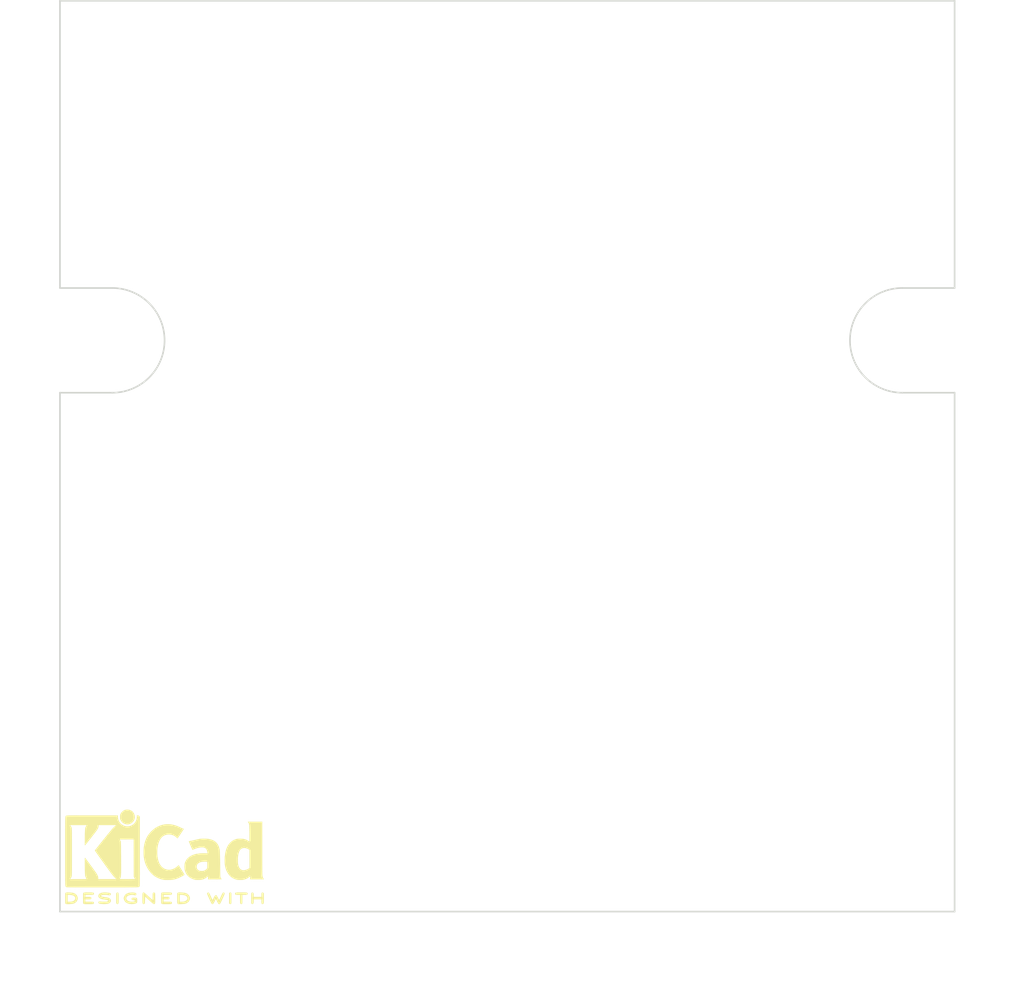
<source format=kicad_pcb>
(kicad_pcb (version 20221018) (generator pcbnew)
  (title_block (title "Enter Title On Page Setting Dialog") (rev "1") (company "Ashton Johnson"))
  (layers (0 "F.Cu" signal) (31 "B.Cu" signal) (35 "F.Paste" user) (37 "F.SilkS" user "F.Silkscreen") (39 "F.Mask" user) (44 "Edge.Cuts" user))
  (net 0 "")
  (footprint "Symbols:KiCad-Logo2_6mm_SilkScreen" (layer "F.Cu") (at 80 136)
    (fp_text reference "REF***" hide)
    (fp_text value "KiCad-Logo2_6mm_SilkScreen" hide)
    (fp_poly (pts (xy 4.188614 2.275877) (xy 4.212327 2.290647) (xy 4.238978 2.312227) (xy 4.238978 2.633773) (xy 4.238893 2.72783) (xy 4.238529 2.801932) (xy 4.237724 2.858704) (xy 4.236313 2.900768) (xy 4.234133 2.930748) (xy 4.231021 2.951267) (xy 4.226814 2.964949) (xy 4.221348 2.974416) (xy 4.217472 2.979082) (xy 4.186034 2.999575) (xy 4.150233 2.998739) (xy 4.118873 2.981264) (xy 4.092222 2.959684) (xy 4.092222 2.312227) (xy 4.118873 2.290647) (xy 4.144594 2.274949) (xy 4.1656 2.269067) (xy 4.188614 2.275877)) (stroke (width 0.01)) (fill solid) (layer "F.SilkS"))
    (fp_poly (pts (xy -2.923822 2.291645) (xy -2.917242 2.299218) (xy -2.912079 2.308987) (xy -2.908164 2.323571) (xy -2.905324 2.345585) (xy -2.903387 2.377648) (xy -2.902183 2.422375) (xy -2.901539 2.482385) (xy -2.901284 2.560294) (xy -2.901245 2.635956) (xy -2.901314 2.729802) (xy -2.901638 2.803689) (xy -2.902386 2.860232) (xy -2.903732 2.902049) (xy -2.905846 2.931757) (xy -2.9089 2.951973) (xy -2.913066 2.965314) (xy -2.918516 2.974398) (xy -2.923822 2.980267) (xy -2.956826 2.999947) (xy -2.991991 2.998181) (xy -3.023455 2.976717) (xy -3.030684 2.968337) (xy -3.036334 2.958614) (xy -3.040599 2.944861) (xy -3.043673 2.924389) (xy -3.045752 2.894512) (xy -3.04703 2.852541) (xy -3.047701 2.795789) (xy -3.047959 2.721567) (xy -3.048 2.637537) (xy -3.048 2.324485) (xy -3.020291 2.296776) (xy -2.986137 2.273463) (xy -2.953006 2.272623) (xy -2.923822 2.291645)) (stroke (width 0.01)) (fill solid) (layer "F.SilkS"))
    (fp_poly (pts (xy -2.273043 -2.973429) (xy -2.176768 -2.949191) (xy -2.090184 -2.906359) (xy -2.015373 -2.846581) (xy -1.954418 -2.771506) (xy -1.909399 -2.68278) (xy -1.883136 -2.58647) (xy -1.877286 -2.489205) (xy -1.89214 -2.395346) (xy -1.92584 -2.307489) (xy -1.976528 -2.22823) (xy -2.042345 -2.160164) (xy -2.121434 -2.105888) (xy -2.211934 -2.067998) (xy -2.2632 -2.055574) (xy -2.307698 -2.048053) (xy -2.341999 -2.045081) (xy -2.37496 -2.046906) (xy -2.415434 -2.053775) (xy -2.448531 -2.06075) (xy -2.541947 -2.092259) (xy -2.625619 -2.143383) (xy -2.697665 -2.212571) (xy -2.7562 -2.298272) (xy -2.770148 -2.325511) (xy -2.786586 -2.361878) (xy -2.796894 -2.392418) (xy -2.80246 -2.42455) (xy -2.804669 -2.465693) (xy -2.804948 -2.511778) (xy -2.800861 -2.596135) (xy -2.787446 -2.665414) (xy -2.762256 -2.726039) (xy -2.722846 -2.784433) (xy -2.684298 -2.828698) (xy -2.612406 -2.894516) (xy -2.537313 -2.939947) (xy -2.454562 -2.96715) (xy -2.376928 -2.977424) (xy -2.273043 -2.973429)) (stroke (width 0.01)) (fill solid) (layer "F.SilkS"))
    (fp_poly (pts (xy 4.963065 2.269163) (xy 5.041772 2.269542) (xy 5.102863 2.270333) (xy 5.148817 2.27167) (xy 5.182114 2.273683) (xy 5.205236 2.276506) (xy 5.220662 2.280269) (xy 5.230871 2.285105) (xy 5.235813 2.288822) (xy 5.261457 2.321358) (xy 5.264559 2.355138) (xy 5.248711 2.385826) (xy 5.238348 2.398089) (xy 5.227196 2.40645) (xy 5.211035 2.411657) (xy 5.185642 2.414457) (xy 5.146798 2.415596) (xy 5.09028 2.415821) (xy 5.07918 2.415822) (xy 4.933244 2.415822) (xy 4.933244 2.686756) (xy 4.933148 2.772154) (xy 4.932711 2.837864) (xy 4.931712 2.886774) (xy 4.929928 2.921773) (xy 4.927137 2.945749) (xy 4.923117 2.961593) (xy 4.917645 2.972191) (xy 4.910666 2.980267) (xy 4.877734 3.000112) (xy 4.843354 2.998548) (xy 4.812176 2.975906) (xy 4.809886 2.9731) (xy 4.802429 2.962492) (xy 4.796747 2.950081) (xy 4.792601 2.93285) (xy 4.78975 2.907784) (xy 4.787954 2.871867) (xy 4.786972 2.822083) (xy 4.786564 2.755417) (xy 4.786489 2.679589) (xy 4.786489 2.415822) (xy 4.647127 2.415822) (xy 4.587322 2.415418) (xy 4.545918 2.41384) (xy 4.518748 2.410547) (xy 4.501646 2.404992) (xy 4.490443 2.396631) (xy 4.489083 2.395178) (xy 4.472725 2.361939) (xy 4.474172 2.324362) (xy 4.492978 2.291645) (xy 4.50025 2.285298) (xy 4.509627 2.280266) (xy 4.523609 2.276396) (xy 4.544696 2.273537) (xy 4.575389 2.271535) (xy 4.618189 2.270239) (xy 4.675595 2.269498) (xy 4.75011 2.269158) (xy 4.844233 2.269068) (xy 4.86426 2.269067) (xy 4.963065 2.269163)) (stroke (width 0.01)) (fill solid) (layer "F.SilkS"))
    (fp_poly (pts (xy 6.228823 2.274533) (xy 6.260202 2.296776) (xy 6.287911 2.324485) (xy 6.287911 2.63392) (xy 6.287838 2.725799) (xy 6.287495 2.79784) (xy 6.286692 2.85278) (xy 6.285241 2.89336) (xy 6.282952 2.922317) (xy 6.279636 2.942391) (xy 6.275105 2.956321) (xy 6.269169 2.966845) (xy 6.264514 2.9731) (xy 6.233783 2.997673) (xy 6.198496 3.000341) (xy 6.166245 2.985271) (xy 6.155588 2.976374) (xy 6.148464 2.964557) (xy 6.144167 2.945526) (xy 6.141991 2.914992) (xy 6.141228 2.868662) (xy 6.141155 2.832871) (xy 6.141155 2.698045) (xy 5.644444 2.698045) (xy 5.644444 2.8207) (xy 5.643931 2.876787) (xy 5.641876 2.915333) (xy 5.637508 2.941361) (xy 5.630056 2.959897) (xy 5.621047 2.9731) (xy 5.590144 2.997604) (xy 5.555196 3.000506) (xy 5.521738 2.983089) (xy 5.512604 2.973959) (xy 5.506152 2.961855) (xy 5.501897 2.943001) (xy 5.499352 2.91362) (xy 5.498029 2.869937) (xy 5.497443 2.808175) (xy 5.497375 2.794) (xy 5.496891 2.677631) (xy 5.496641 2.581727) (xy 5.496723 2.504177) (xy 5.497231 2.442869) (xy 5.498262 2.39569) (xy 5.499913 2.36053) (xy 5.502279 2.335276) (xy 5.505457 2.317817) (xy 5.509544 2.306041) (xy 5.514634 2.297835) (xy 5.520266 2.291645) (xy 5.552128 2.271844) (xy 5.585357 2.274533) (xy 5.616735 2.296776) (xy 5.629433 2.311126) (xy 5.637526 2.326978) (xy 5.642042 2.349554) (xy 5.644006 2.384078) (xy 5.644444 2.435776) (xy 5.644444 2.551289) (xy 6.141155 2.551289) (xy 6.141155 2.432756) (xy 6.141662 2.378148) (xy 6.143698 2.341275) (xy 6.148035 2.317307) (xy 6.155447 2.301415) (xy 6.163733 2.291645) (xy 6.195594 2.271844) (xy 6.228823 2.274533)) (stroke (width 0.01)) (fill solid) (layer "F.SilkS"))
    (fp_poly (pts (xy 1.018309 2.269275) (xy 1.147288 2.273636) (xy 1.256991 2.286861) (xy 1.349226 2.309741) (xy 1.425802 2.34307) (xy 1.488527 2.387638) (xy 1.539212 2.444236) (xy 1.579663 2.513658) (xy 1.580459 2.515351) (xy 1.604601 2.577483) (xy 1.613203 2.632509) (xy 1.606231 2.687887) (xy 1.583654 2.751073) (xy 1.579372 2.760689) (xy 1.550172 2.816966) (xy 1.517356 2.860451) (xy 1.475002 2.897417) (xy 1.41719 2.934135) (xy 1.413831 2.936052) (xy 1.363504 2.960227) (xy 1.306621 2.978282) (xy 1.239527 2.990839) (xy 1.158565 2.998522) (xy 1.060082 3.001953) (xy 1.025286 3.002251) (xy 0.859594 3.002845) (xy 0.836197 2.9731) (xy 0.829257 2.963319) (xy 0.823842 2.951897) (xy 0.819765 2.936095) (xy 0.816837 2.913175) (xy 0.814867 2.880396) (xy 0.814225 2.856089) (xy 0.970844 2.856089) (xy 1.064726 2.856089) (xy 1.119664 2.854483) (xy 1.17606 2.850255) (xy 1.222345 2.844292) (xy 1.225139 2.84379) (xy 1.307348 2.821736) (xy 1.371114 2.7886) (xy 1.418452 2.742847) (xy 1.451382 2.682939) (xy 1.457108 2.667061) (xy 1.462721 2.642333) (xy 1.460291 2.617902) (xy 1.448467 2.5854) (xy 1.44134 2.569434) (xy 1.418 2.527006) (xy 1.38988 2.49724) (xy 1.35894 2.476511) (xy 1.296966 2.449537) (xy 1.217651 2.429998) (xy 1.125253 2.418746) (xy 1.058333 2.41627) (xy 0.970844 2.415822) (xy 0.970844 2.856089) (xy 0.814225 2.856089) (xy 0.813668 2.835021) (xy 0.81305 2.774311) (xy 0.812825 2.695526) (xy 0.8128 2.63392) (xy 0.8128 2.324485) (xy 0.840509 2.296776) (xy 0.852806 2.285544) (xy 0.866103 2.277853) (xy 0.884672 2.27304) (xy 0.912786 2.270446) (xy 0.954717 2.26941) (xy 1.014737 2.26927) (xy 1.018309 2.269275)) (stroke (width 0.01)) (fill solid) (layer "F.SilkS"))
    (fp_poly (pts (xy -6.121371 2.269066) (xy -6.081889 2.269467) (xy -5.9662 2.272259) (xy -5.869311 2.28055) (xy -5.787919 2.295232) (xy -5.718723 2.317193) (xy -5.65842 2.347322) (xy -5.603708 2.38651) (xy -5.584167 2.403532) (xy -5.55175 2.443363) (xy -5.52252 2.497413) (xy -5.499991 2.557323) (xy -5.487679 2.614739) (xy -5.4864 2.635956) (xy -5.494417 2.694769) (xy -5.515899 2.759013) (xy -5.546999 2.819821) (xy -5.583866 2.86833) (xy -5.589854 2.874182) (xy -5.640579 2.915321) (xy -5.696125 2.947435) (xy -5.759696 2.971365) (xy -5.834494 2.987953) (xy -5.923722 2.998041) (xy -6.030582 3.002469) (xy -6.079528 3.002845) (xy -6.141762 3.002545) (xy -6.185528 3.001292) (xy -6.214931 2.998554) (xy -6.234079 2.993801) (xy -6.247077 2.986501) (xy -6.254045 2.980267) (xy -6.260626 2.972694) (xy -6.265788 2.962924) (xy -6.269703 2.94834) (xy -6.272543 2.926326) (xy -6.27448 2.894264) (xy -6.275684 2.849536) (xy -6.276328 2.789526) (xy -6.276583 2.711617) (xy -6.276622 2.635956) (xy -6.27687 2.535041) (xy -6.276817 2.454427) (xy -6.275857 2.415822) (xy -6.129867 2.415822) (xy -6.129867 2.856089) (xy -6.036734 2.856004) (xy -5.980693 2.854396) (xy -5.921999 2.850256) (xy -5.873028 2.844464) (xy -5.871538 2.844226) (xy -5.792392 2.82509) (xy -5.731002 2.795287) (xy -5.684305 2.752878) (xy -5.654635 2.706961) (xy -5.636353 2.656026) (xy -5.637771 2.6082) (xy -5.658988 2.556933) (xy -5.700489 2.503899) (xy -5.757998 2.4646) (xy -5.83275 2.438331) (xy -5.882708 2.429035) (xy -5.939416 2.422507) (xy -5.999519 2.417782) (xy -6.050639 2.415817) (xy -6.053667 2.415808) (xy -6.129867 2.415822) (xy -6.275857 2.415822) (xy -6.27526 2.391851) (xy -6.270998 2.345055) (xy -6.26283 2.311778) (xy -6.249556 2.289759) (xy -6.229974 2.276739) (xy -6.202883 2.270457) (xy -6.167082 2.268653) (xy -6.121371 2.269066)) (stroke (width 0.01)) (fill solid) (layer "F.SilkS"))
    (fp_poly (pts (xy -1.300114 2.273448) (xy -1.276548 2.287273) (xy -1.245735 2.309881) (xy -1.206078 2.342338) (xy -1.15598 2.385708) (xy -1.093843 2.441058) (xy -1.018072 2.509451) (xy -0.931334 2.588084) (xy -0.750711 2.751878) (xy -0.745067 2.532029) (xy -0.743029 2.456351) (xy -0.741063 2.399994) (xy -0.738734 2.359706) (xy -0.735606 2.332235) (xy -0.731245 2.314329) (xy -0.725216 2.302737) (xy -0.717084 2.294208) (xy -0.712772 2.290623) (xy -0.678241 2.27167) (xy -0.645383 2.274441) (xy -0.619318 2.290633) (xy -0.592667 2.312199) (xy -0.589352 2.627151) (xy -0.588435 2.719779) (xy -0.587968 2.792544) (xy -0.588113 2.848161) (xy -0.589032 2.889342) (xy -0.590887 2.918803) (xy -0.593839 2.939255) (xy -0.59805 2.953413) (xy -0.603682 2.963991) (xy -0.609927 2.972474) (xy -0.623439 2.988207) (xy -0.636883 2.998636) (xy -0.652124 3.002639) (xy -0.671026 2.999094) (xy -0.695455 2.986879) (xy -0.727273 2.964871) (xy -0.768348 2.931949) (xy -0.820542 2.886991) (xy -0.885722 2.828875) (xy -0.959556 2.762099) (xy -1.224845 2.521458) (xy -1.230489 2.740589) (xy -1.232531 2.816128) (xy -1.234502 2.872354) (xy -1.236839 2.912524) (xy -1.239981 2.939896) (xy -1.244364 2.957728) (xy -1.250424 2.969279) (xy -1.2586 2.977807) (xy -1.262784 2.981282) (xy -1.299765 3.000372) (xy -1.334708 2.997493) (xy -1.365136 2.9731) (xy -1.372097 2.963286) (xy -1.377523 2.951826) (xy -1.381603 2.935968) (xy -1.384529 2.912963) (xy -1.386492 2.880062) (xy -1.387683 2.834516) (xy -1.388292 2.773573) (xy -1.388511 2.694486) (xy -1.388534 2.635956) (xy -1.38846 2.544407) (xy -1.388113 2.472687) (xy -1.387301 2.418045) (xy -1.385833 2.377732) (xy -1.383519 2.348998) (xy -1.380167 2.329093) (xy -1.375588 2.315268) (xy -1.369589 2.304772) (xy -1.365136 2.298811) (xy -1.35385 2.284691) (xy -1.343301 2.274029) (xy -1.331893 2.267892) (xy -1.31803 2.267343) (xy -1.300114 2.273448)) (stroke (width 0.01)) (fill solid) (layer "F.SilkS"))
    (fp_poly (pts (xy -1.950081 2.274599) (xy -1.881565 2.286095) (xy -1.828943 2.303967) (xy -1.794708 2.327499) (xy -1.785379 2.340924) (xy -1.775893 2.372148) (xy -1.782277 2.400395) (xy -1.80243 2.427182) (xy -1.833745 2.439713) (xy -1.879183 2.438696) (xy -1.914326 2.431906) (xy -1.992419 2.418971) (xy -2.072226 2.417742) (xy -2.161555 2.428241) (xy -2.186229 2.43269) (xy -2.269291 2.456108) (xy -2.334273 2.490945) (xy -2.380461 2.536604) (xy -2.407145 2.592494) (xy -2.412663 2.621388) (xy -2.409051 2.680012) (xy -2.385729 2.731879) (xy -2.344824 2.775978) (xy -2.288459 2.811299) (xy -2.21876 2.836829) (xy -2.137852 2.851559) (xy -2.04786 2.854478) (xy -1.95091 2.844575) (xy -1.945436 2.843641) (xy -1.906875 2.836459) (xy -1.885494 2.829521) (xy -1.876227 2.819227) (xy -1.874006 2.801976) (xy -1.873956 2.792841) (xy -1.873956 2.754489) (xy -1.942431 2.754489) (xy -2.0029 2.750347) (xy -2.044165 2.737147) (xy -2.068175 2.71373) (xy -2.076877 2.678936) (xy -2.076983 2.674394) (xy -2.071892 2.644654) (xy -2.054433 2.623419) (xy -2.021939 2.609366) (xy -1.971743 2.601173) (xy -1.923123 2.598161) (xy -1.852456 2.596433) (xy -1.801198 2.59907) (xy -1.766239 2.6088) (xy -1.74447 2.628353) (xy -1.73278 2.660456) (xy -1.72806 2.707838) (xy -1.7272 2.770071) (xy -1.728609 2.839535) (xy -1.732848 2.886786) (xy -1.739936 2.912012) (xy -1.741311 2.913988) (xy -1.780228 2.945508) (xy -1.837286 2.97047) (xy -1.908869 2.98834) (xy -1.991358 2.998586) (xy -2.081139 3.000673) (xy -2.174592 2.994068) (xy -2.229556 2.985956) (xy -2.315766 2.961554) (xy -2.395892 2.921662) (xy -2.462977 2.869887) (xy -2.473173 2.859539) (xy -2.506302 2.816035) (xy -2.536194 2.762118) (xy -2.559357 2.705592) (xy -2.572298 2.654259) (xy -2.573858 2.634544) (xy -2.567218 2.593419) (xy -2.549568 2.542252) (xy -2.524297 2.488394) (xy -2.494789 2.439195) (xy -2.468719 2.406334) (xy -2.407765 2.357452) (xy -2.328969 2.318545) (xy -2.235157 2.290494) (xy -2.12915 2.274179) (xy -2.032 2.270192) (xy -1.950081 2.274599)) (stroke (width 0.01)) (fill solid) (layer "F.SilkS"))
    (fp_poly (pts (xy 0.230343 2.26926) (xy 0.306701 2.270174) (xy 0.365217 2.272311) (xy 0.408255 2.276175) (xy 0.438183 2.282267) (xy 0.457368 2.29109) (xy 0.468176 2.303146) (xy 0.472973 2.318939) (xy 0.474127 2.33897) (xy 0.474133 2.341335) (xy 0.473131 2.363992) (xy 0.468396 2.381503) (xy 0.457333 2.394574) (xy 0.437348 2.403913) (xy 0.405846 2.410227) (xy 0.360232 2.414222) (xy 0.297913 2.416606) (xy 0.216293 2.418086) (xy 0.191277 2.418414) (xy -0.0508 2.421467) (xy -0.054186 2.486378) (xy -0.057571 2.551289) (xy 0.110576 2.551289) (xy 0.176266 2.551531) (xy 0.223172 2.552556) (xy 0.255083 2.554811) (xy 0.275791 2.558742) (xy 0.289084 2.564798) (xy 0.298755 2.573424) (xy 0.298817 2.573493) (xy 0.316356 2.607112) (xy 0.315722 2.643448) (xy 0.297314 2.674423) (xy 0.293671 2.677607) (xy 0.280741 2.685812) (xy 0.263024 2.691521) (xy 0.23657 2.695162) (xy 0.197432 2.697167) (xy 0.141662 2.697964) (xy 0.105994 2.698045) (xy -0.056445 2.698045) (xy -0.056445 2.856089) (xy 0.190161 2.856089) (xy 0.27158 2.856231) (xy 0.33341 2.856814) (xy 0.378637 2.858068) (xy 0.410248 2.860227) (xy 0.431231 2.863523) (xy 0.444573 2.868189) (xy 0.453261 2.874457) (xy 0.45545 2.876733) (xy 0.471614 2.90828) (xy 0.472797 2.944168) (xy 0.459536 2.975285) (xy 0.449043 2.985271) (xy 0.438129 2.990769) (xy 0.421217 2.995022) (xy 0.395633 2.99818) (xy 0.358701 3.000392) (xy 0.307746 3.001806) (xy 0.240094 3.002572) (xy 0.153069 3.002838) (xy 0.133394 3.002845) (xy 0.044911 3.002787) (xy -0.023773 3.002467) (xy -0.075436 3.001667) (xy -0.112855 3.000167) (xy -0.13881 2.997749) (xy -0.156078 2.994194) (xy -0.167438 2.989282) (xy -0.175668 2.982795) (xy -0.180183 2.978138) (xy -0.186979 2.969889) (xy -0.192288 2.959669) (xy -0.196294 2.9448) (xy -0.199179 2.922602) (xy -0.201126 2.890393) (xy -0.202319 2.845496) (xy -0.202939 2.785228) (xy -0.203171 2.706911) (xy -0.2032 2.640994) (xy -0.203129 2.548628) (xy -0.202792 2.476117) (xy -0.202002 2.420737) (xy -0.200574 2.379765) (xy -0.198321 2.350478) (xy -0.195057 2.330153) (xy -0.190596 2.316066) (xy -0.184752 2.305495) (xy -0.179803 2.298811) (xy -0.156406 2.269067) (xy 0.133774 2.269067) (xy 0.230343 2.26926)) (stroke (width 0.01)) (fill solid) (layer "F.SilkS"))
    (fp_poly (pts (xy -4.712794 2.269146) (xy -4.643386 2.269518) (xy -4.590997 2.270385) (xy -4.552847 2.271946) (xy -4.526159 2.274403) (xy -4.508153 2.277957) (xy -4.496049 2.28281) (xy -4.487069 2.289161) (xy -4.483818 2.292084) (xy -4.464043 2.323142) (xy -4.460482 2.358828) (xy -4.473491 2.39051) (xy -4.479506 2.396913) (xy -4.489235 2.403121) (xy -4.504901 2.40791) (xy -4.529408 2.411514) (xy -4.565661 2.414164) (xy -4.616565 2.416095) (xy -4.685026 2.417539) (xy -4.747617 2.418418) (xy -4.995334 2.421467) (xy -4.998719 2.486378) (xy -5.002105 2.551289) (xy -4.833958 2.551289) (xy -4.760959 2.551919) (xy -4.707517 2.554553) (xy -4.670628 2.560309) (xy -4.647288 2.570304) (xy -4.634494 2.585656) (xy -4.629242 2.607482) (xy -4.628445 2.627738) (xy -4.630923 2.652592) (xy -4.640277 2.670906) (xy -4.659383 2.683637) (xy -4.691118 2.691741) (xy -4.738359 2.696176) (xy -4.803983 2.697899) (xy -4.839801 2.698045) (xy -5.000978 2.698045) (xy -5.000978 2.856089) (xy -4.752622 2.856089) (xy -4.671213 2.856202) (xy -4.609342 2.856712) (xy -4.563968 2.85787) (xy -4.532054 2.85993) (xy -4.510559 2.863146) (xy -4.496443 2.867772) (xy -4.486668 2.874059) (xy -4.481689 2.878667) (xy -4.46461 2.90556) (xy -4.459111 2.929467) (xy -4.466963 2.958667) (xy -4.481689 2.980267) (xy -4.489546 2.987066) (xy -4.499688 2.992346) (xy -4.514844 2.996298) (xy -4.537741 2.999113) (xy -4.571109 3.000982) (xy -4.617675 3.002098) (xy -4.680167 3.002651) (xy -4.761314 3.002833) (xy -4.803422 3.002845) (xy -4.893598 3.002765) (xy -4.963924 3.002398) (xy -5.017129 3.001552) (xy -5.05594 3.000036) (xy -5.083087 2.997659) (xy -5.101298 2.994229) (xy -5.1133 2.989554) (xy -5.121822 2.983444) (xy -5.125156 2.980267) (xy -5.131755 2.97267) (xy -5.136927 2.96287) (xy -5.140846 2.948239) (xy -5.143684 2.926152) (xy -5.145615 2.893982) (xy -5.146812 2.849103) (xy -5.147448 2.788889) (xy -5.147697 2.710713) (xy -5.147734 2.637923) (xy -5.1477 2.544707) (xy -5.147465 2.471431) (xy -5.14683 2.415458) (xy -5.145594 2.374151) (xy -5.143556 2.344872) (xy -5.140517 2.324984) (xy -5.136277 2.31185) (xy -5.130635 2.302832) (xy -5.123391 2.295293) (xy -5.121606 2.293612) (xy -5.112945 2.286172) (xy -5.102882 2.280409) (xy -5.088625 2.276112) (xy -5.067383 2.273064) (xy -5.036364 2.271051) (xy -4.992777 2.26986) (xy -4.933831 2.269275) (xy -4.856734 2.269083) (xy -4.802001 2.269067) (xy -4.712794 2.269146)) (stroke (width 0.01)) (fill solid) (layer "F.SilkS"))
    (fp_poly (pts (xy 3.744665 2.271034) (xy 3.764255 2.278035) (xy 3.76501 2.278377) (xy 3.791613 2.298678) (xy 3.80627 2.319561) (xy 3.809138 2.329352) (xy 3.808996 2.342361) (xy 3.804961 2.360895) (xy 3.796146 2.387257) (xy 3.781669 2.423752) (xy 3.760645 2.472687) (xy 3.732188 2.536365) (xy 3.695415 2.617093) (xy 3.675175 2.661216) (xy 3.638625 2.739985) (xy 3.604315 2.812423) (xy 3.573552 2.87588) (xy 3.547648 2.927708) (xy 3.52791 2.965259) (xy 3.51565 2.985884) (xy 3.513224 2.988733) (xy 3.482183 3.001302) (xy 3.447121 2.999619) (xy 3.419 2.984332) (xy 3.417854 2.983089) (xy 3.406668 2.966154) (xy 3.387904 2.93317) (xy 3.363875 2.88838) (xy 3.336897 2.836032) (xy 3.327201 2.816742) (xy 3.254014 2.67015) (xy 3.17424 2.829393) (xy 3.145767 2.884415) (xy 3.11935 2.932132) (xy 3.097148 2.968893) (xy 3.081319 2.991044) (xy 3.075954 2.995741) (xy 3.034257 3.002102) (xy 2.999849 2.988733) (xy 2.989728 2.974446) (xy 2.972214 2.942692) (xy 2.948735 2.896597) (xy 2.92072 2.839285) (xy 2.889599 2.77388) (xy 2.856799 2.703507) (xy 2.82375 2.631291) (xy 2.791881 2.560355) (xy 2.762619 2.493825) (xy 2.737395 2.434826) (xy 2.717636 2.386481) (xy 2.704772 2.351915) (xy 2.700231 2.334253) (xy 2.700277 2.333613) (xy 2.711326 2.311388) (xy 2.73341 2.288753) (xy 2.73471 2.287768) (xy 2.761853 2.272425) (xy 2.786958 2.272574) (xy 2.796368 2.275466) (xy 2.807834 2.281718) (xy 2.82001 2.294014) (xy 2.834357 2.314908) (xy 2.852336 2.346949) (xy 2.875407 2.392688) (xy 2.90503 2.454677) (xy 2.931745 2.511898) (xy 2.96248 2.578226) (xy 2.990021 2.637874) (xy 3.012938 2.687725) (xy 3.029798 2.724664) (xy 3.039173 2.745573) (xy 3.04054 2.748845) (xy 3.046689 2.743497) (xy 3.060822 2.721109) (xy 3.081057 2.684946) (xy 3.105515 2.638277) (xy 3.115248 2.619022) (xy 3.148217 2.554004) (xy 3.173643 2.506654) (xy 3.193612 2.474219) (xy 3.21021 2.453946) (xy 3.225524 2.443082) (xy 3.24164 2.438875) (xy 3.252143 2.4384) (xy 3.27067 2.440042) (xy 3.286904 2.446831) (xy 3.303035 2.461566) (xy 3.321251 2.487044) (xy 3.343739 2.526061) (xy 3.372689 2.581414) (xy 3.388662 2.612903) (xy 3.41457 2.663087) (xy 3.437167 2.704704) (xy 3.454458 2.734242) (xy 3.46445 2.748189) (xy 3.465809 2.74877) (xy 3.472261 2.737793) (xy 3.486708 2.70929) (xy 3.507703 2.666244) (xy 3.533797 2.611638) (xy 3.563546 2.548454) (xy 3.57818 2.517071) (xy 3.61625 2.436078) (xy 3.646905 2.373756) (xy 3.671737 2.328071) (xy 3.692337 2.296989) (xy 3.710298 2.278478) (xy 3.72721 2.270504) (xy 3.744665 2.271034)) (stroke (width 0.01)) (fill solid) (layer "F.SilkS"))
    (fp_poly (pts (xy -3.691703 2.270351) (xy -3.616888 2.275581) (xy -3.547306 2.28375) (xy -3.487002 2.29455) (xy -3.44002 2.307673) (xy -3.410406 2.322813) (xy -3.40586 2.327269) (xy -3.390054 2.36185) (xy -3.394847 2.397351) (xy -3.419364 2.427725) (xy -3.420534 2.428596) (xy -3.434954 2.437954) (xy -3.450008 2.442876) (xy -3.471005 2.443473) (xy -3.503257 2.439861) (xy -3.552073 2.432154) (xy -3.556 2.431505) (xy -3.628739 2.422569) (xy -3.707217 2.418161) (xy -3.785927 2.418119) (xy -3.859361 2.422279) (xy -3.922011 2.430479) (xy -3.96837 2.442557) (xy -3.971416 2.443771) (xy -4.005048 2.462615) (xy -4.016864 2.481685) (xy -4.007614 2.500439) (xy -3.978047 2.518337) (xy -3.928911 2.534837) (xy -3.860957 2.549396) (xy -3.815645 2.556406) (xy -3.721456 2.569889) (xy -3.646544 2.582214) (xy -3.587717 2.594449) (xy -3.541785 2.607661) (xy -3.505555 2.622917) (xy -3.475838 2.641285) (xy -3.449442 2.663831) (xy -3.42823 2.685971) (xy -3.403065 2.716819) (xy -3.390681 2.743345) (xy -3.386808 2.776026) (xy -3.386667 2.787995) (xy -3.389576 2.827712) (xy -3.401202 2.857259) (xy -3.421323 2.883486) (xy -3.462216 2.923576) (xy -3.507817 2.954149) (xy -3.561513 2.976203) (xy -3.626692 2.990735) (xy -3.706744 2.998741) (xy -3.805057 3.001218) (xy -3.821289 3.001177) (xy -3.886849 2.999818) (xy -3.951866 2.99673) (xy -4.009252 2.992356) (xy -4.051922 2.98714) (xy -4.055372 2.986541) (xy -4.097796 2.976491) (xy -4.13378 2.963796) (xy -4.15415 2.95219) (xy -4.173107 2.921572) (xy -4.174427 2.885918) (xy -4.158085 2.854144) (xy -4.154429 2.850551) (xy -4.139315 2.839876) (xy -4.120415 2.835276) (xy -4.091162 2.836059) (xy -4.055651 2.840127) (xy -4.01597 2.843762) (xy -3.960345 2.846828) (xy -3.895406 2.849053) (xy -3.827785 2.850164) (xy -3.81 2.850237) (xy -3.742128 2.849964) (xy -3.692454 2.848646) (xy -3.65661 2.845827) (xy -3.630224 2.84105) (xy -3.608926 2.833857) (xy -3.596126 2.827867) (xy -3.568 2.811233) (xy -3.550068 2.796168) (xy -3.547447 2.791897) (xy -3.552976 2.774263) (xy -3.57926 2.757192) (xy -3.624478 2.741458) (xy -3.686808 2.727838) (xy -3.705171 2.724804) (xy -3.80109 2.709738) (xy -3.877641 2.697146) (xy -3.93778 2.686111) (xy -3.98446 2.67572) (xy -4.020637 2.665056) (xy -4.049265 2.653205) (xy -4.073298 2.639251) (xy -4.095692 2.622281) (xy -4.119402 2.601378) (xy -4.12738 2.594049) (xy -4.155353 2.566699) (xy -4.17016 2.545029) (xy -4.175952 2.520232) (xy -4.176889 2.488983) (xy -4.166575 2.427705) (xy -4.135752 2.37564) (xy -4.084595 2.332958) (xy -4.013283 2.299825) (xy -3.9624 2.284964) (xy -3.9071 2.275366) (xy -3.840853 2.269936) (xy -3.767706 2.268367) (xy -3.691703 2.270351)) (stroke (width 0.01)) (fill solid) (layer "F.SilkS"))
    (fp_poly (pts (xy 0.328429 -2.050929) (xy 0.48857 -2.029755) (xy 0.65251 -1.989615) (xy 0.822313 -1.930111) (xy 1.000043 -1.850846) (xy 1.01131 -1.845301) (xy 1.069005 -1.817275) (xy 1.120552 -1.793198) (xy 1.162191 -1.774751) (xy 1.190162 -1.763614) (xy 1.199733 -1.761067) (xy 1.21895 -1.756059) (xy 1.223561 -1.751853) (xy 1.218458 -1.74142) (xy 1.202418 -1.715132) (xy 1.177288 -1.675743) (xy 1.144914 -1.626009) (xy 1.107143 -1.568685) (xy 1.065822 -1.506524) (xy 1.022798 -1.442282) (xy 0.979917 -1.378715) (xy 0.939026 -1.318575) (xy 0.901971 -1.26462) (xy 0.8706 -1.219603) (xy 0.846759 -1.186279) (xy 0.832294 -1.167403) (xy 0.830309 -1.165213) (xy 0.820191 -1.169862) (xy 0.79785 -1.187038) (xy 0.76728 -1.21356) (xy 0.751536 -1.228036) (xy 0.655047 -1.303318) (xy 0.548336 -1.358759) (xy 0.432832 -1.393859) (xy 0.309962 -1.40812) (xy 0.240561 -1.406949) (xy 0.119423 -1.389788) (xy 0.010205 -1.353906) (xy -0.087418 -1.299041) (xy -0.173772 -1.22493) (xy -0.249185 -1.131312) (xy -0.313982 -1.017924) (xy -0.351399 -0.931333) (xy -0.395252 -0.795634) (xy -0.427572 -0.64815) (xy -0.448443 -0.492686) (xy -0.457949 -0.333044) (xy -0.456173 -0.173027) (xy -0.443197 -0.016439) (xy -0.419106 0.132918) (xy -0.383982 0.27124) (xy -0.337908 0.394724) (xy -0.321627 0.428978) (xy -0.25338 0.543064) (xy -0.172921 0.639557) (xy -0.08143 0.71767) (xy 0.019911 0.776617) (xy 0.12992 0.815612) (xy 0.247415 0.833868) (xy 0.288883 0.835211) (xy 0.410441 0.82429) (xy 0.530878 0.791474) (xy 0.648666 0.737439) (xy 0.762277 0.662865) (xy 0.853685 0.584539) (xy 0.900215 0.540008) (xy 1.081483 0.837271) (xy 1.12658 0.911433) (xy 1.167819 0.979646) (xy 1.203735 1.039459) (xy 1.232866 1.08842) (xy 1.25375 1.124079) (xy 1.264924 1.143984) (xy 1.266375 1.147079) (xy 1.258146 1.156718) (xy 1.232567 1.173999) (xy 1.192873 1.197283) (xy 1.142297 1.224934) (xy 1.084074 1.255315) (xy 1.021437 1.28679) (xy 0.957621 1.317722) (xy 0.89586 1.346473) (xy 0.839388 1.371408) (xy 0.791438 1.390889) (xy 0.767986 1.399318) (xy 0.634221 1.437133) (xy 0.496327 1.462136) (xy 0.348622 1.47514) (xy 0.221833 1.477468) (xy 0.153878 1.476373) (xy 0.088277 1.474275) (xy 0.030847 1.471434) (xy -0.012597 1.468106) (xy -0.026702 1.466422) (xy -0.165716 1.437587) (xy -0.307243 1.392468) (xy -0.444725 1.33375) (xy -0.571606 1.26412) (xy -0.649111 1.211441) (xy -0.776519 1.103239) (xy -0.894822 0.976671) (xy -1.001828 0.834866) (xy -1.095348 0.680951) (xy -1.17319 0.518053) (xy -1.217044 0.400756) (xy -1.267292 0.217128) (xy -1.300791 0.022581) (xy -1.317551 -0.178675) (xy -1.317584 -0.382432) (xy -1.300899 -0.584479) (xy -1.267507 -0.780608) (xy -1.21742 -0.966609) (xy -1.213603 -0.978197) (xy -1.150719 -1.14025) (xy -1.073972 -1.288168) (xy -0.980758 -1.426135) (xy -0.868473 -1.558339) (xy -0.824608 -1.603601) (xy -0.688466 -1.727543) (xy -0.548509 -1.830085) (xy -0.402589 -1.912344) (xy -0.248558 -1.975436) (xy -0.084268 -2.020477) (xy 0.011289 -2.037967) (xy 0.170023 -2.053534) (xy 0.328429 -2.050929)) (stroke (width 0.01)) (fill solid) (layer "F.SilkS"))
    (fp_poly (pts (xy 6.186507 -0.527755) (xy 6.186526 -0.293338) (xy 6.186552 -0.080397) (xy 6.186625 0.112168) (xy 6.186782 0.285459) (xy 6.187064 0.440576) (xy 6.187509 0.57862) (xy 6.188156 0.700692) (xy 6.189045 0.807894) (xy 6.190213 0.901326) (xy 6.191701 0.98209) (xy 6.193546 1.051286) (xy 6.195789 1.110015) (xy 6.198469 1.159379) (xy 6.201623 1.200478) (xy 6.205292 1.234413) (xy 6.209513 1.262286) (xy 6.214327 1.285198) (xy 6.219773 1.304249) (xy 6.225888 1.32054) (xy 6.232712 1.335173) (xy 6.240285 1.349249) (xy 6.248645 1.363868) (xy 6.253839 1.372974) (xy 6.288104 1.433689) (xy 5.429955 1.433689) (xy 5.429955 1.337733) (xy 5.429224 1.29437) (xy 5.427272 1.261205) (xy 5.424463 1.243424) (xy 5.423221 1.241778) (xy 5.411799 1.248662) (xy 5.389084 1.266505) (xy 5.366385 1.285879) (xy 5.3118 1.326614) (xy 5.242321 1.367617) (xy 5.16527 1.405123) (xy 5.087965 1.435364) (xy 5.057113 1.445012) (xy 4.988616 1.459578) (xy 4.905764 1.469539) (xy 4.816371 1.474583) (xy 4.728248 1.474396) (xy 4.649207 1.468666) (xy 4.611511 1.462858) (xy 4.473414 1.424797) (xy 4.346113 1.367073) (xy 4.230292 1.290211) (xy 4.126637 1.194739) (xy 4.035833 1.081179) (xy 3.969031 0.970381) (xy 3.914164 0.853625) (xy 3.872163 0.734276) (xy 3.842167 0.608283) (xy 3.823311 0.471594) (xy 3.814732 0.320158) (xy 3.814006 0.242711) (xy 3.8161 0.185934) (xy 4.645217 0.185934) (xy 4.645424 0.279002) (xy 4.648337 0.366692) (xy 4.654 0.443772) (xy 4.662455 0.505009) (xy 4.665038 0.51735) (xy 4.69684 0.624633) (xy 4.738498 0.711658) (xy 4.790363 0.778642) (xy 4.852781 0.825805) (xy 4.9261 0.853365) (xy 5.010669 0.861541) (xy 5.106835 0.850551) (xy 5.170311 0.834829) (xy 5.219454 0.816639) (xy 5.273583 0.790791) (xy 5.314244 0.767089) (xy 5.3848 0.720721) (xy 5.3848 -0.42947) (xy 5.317392 -0.473038) (xy 5.238867 -0.51396) (xy 5.154681 -0.540611) (xy 5.069557 -0.552535) (xy 4.988216 -0.549278) (xy 4.91538 -0.530385) (xy 4.883426 -0.514816) (xy 4.825501 -0.471819) (xy 4.776544 -0.415047) (xy 4.73539 -0.342425) (xy 4.700874 -0.251879) (xy 4.671833 -0.141334) (xy 4.670552 -0.135467) (xy 4.660381 -0.073212) (xy 4.652739 0.004594) (xy 4.64767 0.09272) (xy 4.645217 0.185934) (xy 3.8161 0.185934) (xy 3.821857 0.029895) (xy 3.843802 -0.165941) (xy 3.879786 -0.344668) (xy 3.929759 -0.506155) (xy 3.993668 -0.650274) (xy 4.071462 -0.776894) (xy 4.163089 -0.885885) (xy 4.268497 -0.977117) (xy 4.313662 -1.008068) (xy 4.414611 -1.064215) (xy 4.517901 -1.103826) (xy 4.627989 -1.127986) (xy 4.74933 -1.137781) (xy 4.841836 -1.136735) (xy 4.97149 -1.125769) (xy 5.084084 -1.103954) (xy 5.182875 -1.070286) (xy 5.271121 -1.023764) (xy 5.319986 -0.989552) (xy 5.349353 -0.967638) (xy 5.371043 -0.952667) (xy 5.379253 -0.948267) (xy 5.380868 -0.959096) (xy 5.382159 -0.989749) (xy 5.383138 -1.037474) (xy 5.383817 -1.099521) (xy 5.38421 -1.173138) (xy 5.38433 -1.255573) (xy 5.384188 -1.344075) (xy 5.383797 -1.435893) (xy 5.383171 -1.528276) (xy 5.38232 -1.618472) (xy 5.38126 -1.703729) (xy 5.380001 -1.781297) (xy 5.378556 -1.848424) (xy 5.376938 -1.902359) (xy 5.375161 -1.94035) (xy 5.374669 -1.947333) (xy 5.367092 -2.017749) (xy 5.355531 -2.072898) (xy 5.337792 -2.120019) (xy 5.311682 -2.166353) (xy 5.305415 -2.175933) (xy 5.280983 -2.212622) (xy 6.186311 -2.212622) (xy 6.186507 -0.527755)) (stroke (width 0.01)) (fill solid) (layer "F.SilkS"))
    (fp_poly (pts (xy 2.673574 -1.133448) (xy 2.825492 -1.113433) (xy 2.960756 -1.079798) (xy 3.080239 -1.032275) (xy 3.184815 -0.970595) (xy 3.262424 -0.907035) (xy 3.331265 -0.832901) (xy 3.385006 -0.753129) (xy 3.42791 -0.660909) (xy 3.443384 -0.617839) (xy 3.456244 -0.578858) (xy 3.467446 -0.542711) (xy 3.47712 -0.507566) (xy 3.485396 -0.47159) (xy 3.492403 -0.43295) (xy 3.498272 -0.389815) (xy 3.503131 -0.340351) (xy 3.50711 -0.282727) (xy 3.51034 -0.215109) (xy 3.512949 -0.135666) (xy 3.515067 -0.042564) (xy 3.516824 0.066027) (xy 3.518349 0.191942) (xy 3.519772 0.337012) (xy 3.521025 0.479778) (xy 3.522351 0.635968) (xy 3.523556 0.771239) (xy 3.524766 0.887246) (xy 3.526106 0.985645) (xy 3.5277 1.068093) (xy 3.529675 1.136246) (xy 3.532156 1.19176) (xy 3.535269 1.236292) (xy 3.539138 1.271498) (xy 3.543889 1.299034) (xy 3.549648 1.320556) (xy 3.556539 1.337722) (xy 3.564689 1.352186) (xy 3.574223 1.365606) (xy 3.585266 1.379638) (xy 3.589566 1.385071) (xy 3.605386 1.40791) (xy 3.612422 1.423463) (xy 3.612444 1.423922) (xy 3.601567 1.426121) (xy 3.570582 1.428147) (xy 3.521957 1.429942) (xy 3.458163 1.431451) (xy 3.381669 1.432616) (xy 3.294944 1.43338) (xy 3.200457 1.433686) (xy 3.18955 1.433689) (xy 2.766657 1.433689) (xy 2.763395 1.337622) (xy 2.760133 1.241556) (xy 2.698044 1.292543) (xy 2.600714 1.360057) (xy 2.490813 1.414749) (xy 2.404349 1.444978) (xy 2.335278 1.459666) (xy 2.251925 1.469659) (xy 2.162159 1.474646) (xy 2.073845 1.474313) (xy 1.994851 1.468351) (xy 1.958622 1.462638) (xy 1.818603 1.424776) (xy 1.692178 1.369932) (xy 1.58026 1.298924) (xy 1.483762 1.212568) (xy 1.4036 1.111679) (xy 1.340687 0.997076) (xy 1.296312 0.870984) (xy 1.283978 0.814401) (xy 1.276368 0.752202) (xy 1.272739 0.677363) (xy 1.272245 0.643467) (xy 1.27231 0.640282) (xy 2.032248 0.640282) (xy 2.041541 0.715333) (xy 2.069728 0.77916) (xy 2.118197 0.834798) (xy 2.123254 0.839211) (xy 2.171548 0.874037) (xy 2.223257 0.89662) (xy 2.283989 0.90854) (xy 2.359352 0.911383) (xy 2.377459 0.910978) (xy 2.431278 0.908325) (xy 2.471308 0.902909) (xy 2.506324 0.892745) (xy 2.545103 0.87585) (xy 2.555745 0.870672) (xy 2.616396 0.834844) (xy 2.663215 0.792212) (xy 2.675952 0.776973) (xy 2.720622 0.720462) (xy 2.720622 0.524586) (xy 2.720086 0.445939) (xy 2.718396 0.387988) (xy 2.715428 0.348875) (xy 2.711057 0.326741) (xy 2.706972 0.320274) (xy 2.691047 0.317111) (xy 2.657264 0.314488) (xy 2.61034 0.312655) (xy 2.554993 0.311857) (xy 2.546106 0.311842) (xy 2.42533 0.317096) (xy 2.32266 0.333263) (xy 2.236106 0.360961) (xy 2.163681 0.400808) (xy 2.108751 0.447758) (xy 2.064204 0.505645) (xy 2.03948 0.568693) (xy 2.032248 0.640282) (xy 1.27231 0.640282) (xy 1.274178 0.549712) (xy 1.282522 0.470812) (xy 1.298768 0.39959) (xy 1.324405 0.328864) (xy 1.348401 0.276493) (xy 1.40702 0.181196) (xy 1.485117 0.09317) (xy 1.580315 0.014017) (xy 1.690238 -0.05466) (xy 1.81251 -0.111259) (xy 1.944755 -0.154179) (xy 2.009422 -0.169118) (xy 2.145604 -0.191223) (xy 2.294049 -0.205806) (xy 2.445505 -0.212187) (xy 2.572064 -0.210555) (xy 2.73395 -0.203776) (xy 2.72653 -0.262755) (xy 2.707238 -0.361908) (xy 2.676104 -0.442628) (xy 2.632269 -0.505534) (xy 2.574871 -0.551244) (xy 2.503048 -0.580378) (xy 2.415941 -0.593553) (xy 2.312686 -0.591389) (xy 2.274711 -0.587388) (xy 2.13352 -0.56222) (xy 1.996707 -0.521186) (xy 1.902178 -0.483185) (xy 1.857018 -0.46381) (xy 1.818585 -0.44824) (xy 1.792234 -0.438595) (xy 1.784546 -0.436548) (xy 1.774802 -0.445626) (xy 1.758083 -0.474595) (xy 1.734232 -0.523783) (xy 1.703093 -0.593516) (xy 1.664507 -0.684121) (xy 1.65791 -0.699911) (xy 1.627853 -0.772228) (xy 1.600874 -0.837575) (xy 1.578136 -0.893094) (xy 1.560806 -0.935928) (xy 1.550048 -0.963219) (xy 1.546941 -0.972058) (xy 1.55694 -0.976813) (xy 1.583217 -0.98209) (xy 1.611489 -0.985769) (xy 1.641646 -0.990526) (xy 1.689433 -0.999972) (xy 1.750612 -1.01318) (xy 1.820946 -1.029224) (xy 1.896194 -1.04718) (xy 1.924755 -1.054203) (xy 2.029816 -1.079791) (xy 2.11748 -1.099853) (xy 2.192068 -1.115031) (xy 2.257903 -1.125965) (xy 2.319307 -1.133296) (xy 2.380602 -1.137665) (xy 2.44611 -1.139713) (xy 2.504128 -1.140111) (xy 2.673574 -1.133448)) (stroke (width 0.01)) (fill solid) (layer "F.SilkS"))
    (fp_poly (pts (xy -2.9464 -2.510946) (xy -2.935535 -2.397007) (xy -2.903918 -2.289384) (xy -2.853015 -2.190385) (xy -2.784293 -2.102316) (xy -2.699219 -2.027484) (xy -2.602232 -1.969616) (xy -2.495964 -1.929995) (xy -2.38895 -1.911427) (xy -2.2833 -1.912566) (xy -2.181125 -1.93207) (xy -2.084534 -1.968594) (xy -1.995638 -2.020795) (xy -1.916546 -2.087327) (xy -1.849369 -2.166848) (xy -1.796217 -2.258013) (xy -1.759199 -2.359477) (xy -1.740427 -2.469898) (xy -1.738489 -2.519794) (xy -1.738489 -2.607733) (xy -1.68656 -2.607733) (xy -1.650253 -2.604889) (xy -1.623355 -2.593089) (xy -1.596249 -2.569351) (xy -1.557867 -2.530969) (xy -1.557867 -0.339398) (xy -1.557876 -0.077261) (xy -1.557908 0.163241) (xy -1.557972 0.383048) (xy -1.558076 0.583101) (xy -1.558227 0.764344) (xy -1.558434 0.927716) (xy -1.558706 1.07416) (xy -1.55905 1.204617) (xy -1.559474 1.320029) (xy -1.559987 1.421338) (xy -1.560597 1.509484) (xy -1.561312 1.58541) (xy -1.56214 1.650057) (xy -1.563089 1.704367) (xy -1.564167 1.74928) (xy -1.565383 1.78574) (xy -1.566745 1.814687) (xy -1.568261 1.837063) (xy -1.569938 1.853809) (xy -1.571786 1.865868) (xy -1.573813 1.87418) (xy -1.576025 1.879687) (xy -1.577108 1.881537) (xy -1.581271 1.888549) (xy -1.584805 1.894996) (xy -1.588635 1.9009) (xy -1.593682 1.906286) (xy -1.600871 1.911178) (xy -1.611123 1.915598) (xy -1.625364 1.919572) (xy -1.644514 1.923121) (xy -1.669499 1.92627) (xy -1.70124 1.929042) (xy -1.740662 1.931461) (xy -1.788686 1.933551) (xy -1.846237 1.935335) (xy -1.914237 1.936837) (xy -1.99361 1.93808) (xy -2.085279 1.939089) (xy -2.190166 1.939885) (xy -2.309196 1.940494) (xy -2.44329 1.940939) (xy -2.593373 1.941243) (xy -2.760367 1.94143) (xy -2.945196 1.941524) (xy -3.148783 1.941548) (xy -3.37205 1.941525) (xy -3.615922 1.94148) (xy -3.881321 1.941437) (xy -3.919704 1.941432) (xy -4.186682 1.941389) (xy -4.432002 1.941318) (xy -4.656583 1.941213) (xy -4.861345 1.941066) (xy -5.047206 1.940869) (xy -5.215088 1.940616) (xy -5.365908 1.9403) (xy -5.500587 1.939913) (xy -5.620044 1.939447) (xy -5.725199 1.938897) (xy -5.816971 1.938253) (xy -5.896279 1.937511) (xy -5.964043 1.936661) (xy -6.021182 1.935697) (xy -6.068617 1.934611) (xy -6.107266 1.933397) (xy -6.138049 1.932047) (xy -6.161885 1.930555) (xy -6.179694 1.928911) (xy -6.192395 1.927111) (xy -6.200908 1.925145) (xy -6.205266 1.923477) (xy -6.213728 1.919906) (xy -6.221497 1.91727) (xy -6.228602 1.914634) (xy -6.235073 1.911062) (xy -6.240939 1.905621) (xy -6.246229 1.897375) (xy -6.250974 1.88539) (xy -6.255202 1.868731) (xy -6.258943 1.846463) (xy -6.262227 1.817652) (xy -6.265083 1.781363) (xy -6.26754 1.736661) (xy -6.269629 1.682611) (xy -6.271378 1.618279) (xy -6.272817 1.54273) (xy -6.273976 1.45503) (xy -6.274883 1.354243) (xy -6.275569 1.239434) (xy -6.276063 1.10967) (xy -6.276395 0.964015) (xy -6.276593 0.801535) (xy -6.276687 0.621295) (xy -6.276708 0.42236) (xy -6.276685 0.203796) (xy -6.276646 -0.035332) (xy -6.276622 -0.29596) (xy -6.276622 -0.338111) (xy -6.276636 -0.601008) (xy -6.276661 -0.842268) (xy -6.276671 -1.062835) (xy -6.276642 -1.263648) (xy -6.276548 -1.445651) (xy -6.276362 -1.609784) (xy -6.276059 -1.756989) (xy -6.275614 -1.888208) (xy -6.275034 -1.998133) (xy -5.972197 -1.998133) (xy -5.932407 -1.940289) (xy -5.921236 -1.924521) (xy -5.911166 -1.910559) (xy -5.902138 -1.897216) (xy -5.894097 -1.883307) (xy -5.886986 -1.867644) (xy -5.880747 -1.849042) (xy -5.875325 -1.826314) (xy -5.870662 -1.798273) (xy -5.866701 -1.763733) (xy -5.863385 -1.721508) (xy -5.860659 -1.670411) (xy -5.858464 -1.609256) (xy -5.856745 -1.536856) (xy -5.855444 -1.452025) (xy -5.854505 -1.353578) (xy -5.85387 -1.240326) (xy -5.853484 -1.111084) (xy -5.853288 -0.964666) (xy -5.853227 -0.799884) (xy -5.853243 -0.615553) (xy -5.85328 -0.410487) (xy -5.853289 -0.287867) (xy -5.853265 -0.070918) (xy -5.853231 0.124642) (xy -5.853243 0.299999) (xy -5.853358 0.456341) (xy -5.85363 0.594857) (xy -5.854118 0.716734) (xy -5.854876 0.82316) (xy -5.855962 0.915322) (xy -5.857431 0.994409) (xy -5.85934 1.061608) (xy -5.861744 1.118107) (xy -5.864701 1.165093) (xy -5.868266 1.203755) (xy -5.872495 1.23528) (xy -5.877446 1.260855) (xy -5.883173 1.28167) (xy -5.889733 1.298911) (xy -5.897183 1.313765) (xy -5.905579 1.327422) (xy -5.914976 1.341069) (xy -5.925432 1.355893) (xy -5.931523 1.364783) (xy -5.970296 1.4224) (xy -5.438732 1.4224) (xy -5.315483 1.422365) (xy -5.212987 1.422215) (xy -5.12942 1.421878) (xy -5.062956 1.421286) (xy -5.011771 1.420367) (xy -4.974041 1.419051) (xy -4.94794 1.417269) (xy -4.931644 1.414951) (xy -4.923328 1.412026) (xy -4.921168 1.408424) (xy -4.923339 1.404075) (xy -4.924535 1.402645) (xy -4.949685 1.365573) (xy -4.975583 1.312772) (xy -4.999192 1.25077) (xy -5.007461 1.224357) (xy -5.012078 1.206416) (xy -5.015979 1.185355) (xy -5.019248 1.159089) (xy -5.021966 1.125532) (xy -5.024215 1.082599) (xy -5.026077 1.028204) (xy -5.027636 0.960262) (xy -5.028972 0.876688) (xy -5.030169 0.775395) (xy -5.031308 0.6543) (xy -5.031685 0.6096) (xy -5.032702 0.484449) (xy -5.03346 0.380082) (xy -5.033903 0.294707) (xy -5.03397 0.226533) (xy -5.033605 0.173765) (xy -5.032748 0.134614) (xy -5.031341 0.107285) (xy -5.029325 0.089986) (xy -5.026643 0.080926) (xy -5.023236 0.078312) (xy -5.019044 0.080351) (xy -5.014571 0.084667) (xy -5.004216 0.097602) (xy -4.982158 0.126676) (xy -4.949957 0.169759) (xy -4.909174 0.224718) (xy -4.86137 0.289423) (xy -4.808105 0.361742) (xy -4.75094 0.439544) (xy -4.691437 0.520698) (xy -4.631155 0.603072) (xy -4.571655 0.684536) (xy -4.514498 0.762957) (xy -4.461245 0.836204) (xy -4.413457 0.902147) (xy -4.372693 0.958654) (xy -4.340516 1.003593) (xy -4.318485 1.034834) (xy -4.313917 1.041466) (xy -4.290996 1.078369) (xy -4.264188 1.126359) (xy -4.238789 1.175897) (xy -4.235568 1.182577) (xy -4.21389 1.230772) (xy -4.201304 1.268334) (xy -4.195574 1.30416) (xy -4.194456 1.3462) (xy -4.19509 1.4224) (xy -3.040651 1.4224) (xy -3.131815 1.328669) (xy -3.178612 1.278775) (xy -3.228899 1.222295) (xy -3.274944 1.168026) (xy -3.295369 1.142673) (xy -3.325807 1.103128) (xy -3.365862 1.049916) (xy -3.414361 0.984667) (xy -3.470135 0.909011) (xy -3.532011 0.824577) (xy -3.598819 0.732994) (xy -3.669387 0.635892) (xy -3.742545 0.534901) (xy -3.817121 0.43165) (xy -3.891944 0.327768) (xy -3.965843 0.224885) (xy -4.037646 0.124631) (xy -4.106184 0.028636) (xy -4.170284 -0.061473) (xy -4.228775 -0.144064) (xy -4.280486 -0.217508) (xy -4.324247 -0.280176) (xy -4.358885 -0.330439) (xy -4.38323 -0.366666) (xy -4.396111 -0.387229) (xy -4.397869 -0.391332) (xy -4.38991 -0.402658) (xy -4.369115 -0.429838) (xy -4.336847 -0.471171) (xy -4.29447 -0.524956) (xy -4.243347 -0.589494) (xy -4.184841 -0.663082) (xy -4.120314 -0.744022) (xy -4.051131 -0.830612) (xy -3.978653 -0.921152) (xy -3.904246 -1.01394) (xy -3.844517 -1.088298) (xy -2.833511 -1.088298) (xy -2.827602 -1.075341) (xy -2.813272 -1.053092) (xy -2.812225 -1.051609) (xy -2.793438 -1.021456) (xy -2.773791 -0.984625) (xy -2.769892 -0.976489) (xy -2.766356 -0.96806) (xy -2.76323 -0.957941) (xy -2.760486 -0.94474) (xy -2.758092 -0.927062) (xy -2.756019 -0.903516) (xy -2.754235 -0.872707) (xy -2.752712 -0.833243) (xy -2.751419 -0.783731) (xy -2.750326 -0.722777) (xy -2.749403 -0.648989) (xy -2.748619 -0.560972) (xy -2.747945 -0.457335) (xy -2.74735 -0.336684) (xy -2.746805 -0.197626) (xy -2.746279 -0.038768) (xy -2.745745 0.140089) (xy -2.745206 0.325207) (xy -2.744772 0.489145) (xy -2.744509 0.633303) (xy -2.744484 0.759079) (xy -2.744765 0.867871) (xy -2.745419 0.961077) (xy -2.746514 1.040097) (xy -2.748118 1.106328) (xy -2.750297 1.16117) (xy -2.753119 1.206021) (xy -2.756651 1.242278) (xy -2.760961 1.271341) (xy -2.766117 1.294609) (xy -2.772185 1.313479) (xy -2.779233 1.329351) (xy -2.787329 1.343622) (xy -2.79654 1.357691) (xy -2.80504 1.370158) (xy -2.822176 1.396452) (xy -2.832322 1.414037) (xy -2.833511 1.417257) (xy -2.822604 1.418334) (xy -2.791411 1.419335) (xy -2.742223 1.420235) (xy -2.677333 1.42101) (xy -2.59903 1.421637) (xy -2.509607 1.422091) (xy -2.411356 1.422349) (xy -2.342445 1.4224) (xy -2.237452 1.42218) (xy -2.14061 1.421548) (xy -2.054107 1.420549) (xy -1.980132 1.419227) (xy -1.920874 1.417626) (xy -1.87852 1.415791) (xy -1.85526 1.413765) (xy -1.851378 1.412493) (xy -1.859076 1.397591) (xy -1.867074 1.38956) (xy -1.880246 1.372434) (xy -1.897485 1.342183) (xy -1.909407 1.317622) (xy -1.936045 1.258711) (xy -1.93912 0.081845) (xy -1.942195 -1.095022) (xy -2.387853 -1.095022) (xy -2.48567 -1.094858) (xy -2.576064 -1.094389) (xy -2.65663 -1.093653) (xy -2.724962 -1.092684) (xy -2.778656 -1.09152) (xy -2.815305 -1.090197) (xy -2.832504 -1.088751) (xy -2.833511 -1.088298) (xy -3.844517 -1.088298) (xy -3.82927 -1.107278) (xy -3.75509 -1.199463) (xy -3.683069 -1.288796) (xy -3.614569 -1.373576) (xy -3.550955 -1.452102) (xy -3.493588 -1.522674) (xy -3.443833 -1.583591) (xy -3.403052 -1.633153) (xy -3.385888 -1.653822) (xy -3.299596 -1.754484) (xy -3.222997 -1.837741) (xy -3.154183 -1.905562) (xy -3.091248 -1.959911) (xy -3.081867 -1.967278) (xy -3.042356 -1.997883) (xy -4.174116 -1.998133) (xy -4.168827 -1.950156) (xy -4.17213 -1.892812) (xy -4.193661 -1.824537) (xy -4.233635 -1.744788) (xy -4.278943 -1.672505) (xy -4.295161 -1.64986) (xy -4.323214 -1.612304) (xy -4.36143 -1.561979) (xy -4.408137 -1.501027) (xy -4.461661 -1.431589) (xy -4.520331 -1.355806) (xy -4.582475 -1.27582) (xy -4.646421 -1.193772) (xy -4.710495 -1.111804) (xy -4.773027 -1.032057) (xy -4.832343 -0.956673) (xy -4.886771 -0.887793) (xy -4.934639 -0.827558) (xy -4.974275 -0.778111) (xy -5.004006 -0.741592) (xy -5.022161 -0.720142) (xy -5.02522 -0.716844) (xy -5.028079 -0.724851) (xy -5.030293 -0.755145) (xy -5.031857 -0.807444) (xy -5.032767 -0.881469) (xy -5.03302 -0.976937) (xy -5.032613 -1.093566) (xy -5.031704 -1.213555) (xy -5.030382 -1.345667) (xy -5.028857 -1.457406) (xy -5.026881 -1.550975) (xy -5.024206 -1.628581) (xy -5.020582 -1.692426) (xy -5.015761 -1.744717) (xy -5.009494 -1.787656) (xy -5.001532 -1.823449) (xy -4.991627 -1.8543) (xy -4.979531 -1.882414) (xy -4.964993 -1.909995) (xy -4.950311 -1.935034) (xy -4.912314 -1.998133) (xy -5.972197 -1.998133) (xy -6.275034 -1.998133) (xy -6.275001 -2.004383) (xy -6.274195 -2.106456) (xy -6.27317 -2.195367) (xy -6.2719 -2.272059) (xy -6.27036 -2.337473) (xy -6.268524 -2.392551) (xy -6.266367 -2.438235) (xy -6.263863 -2.475466) (xy -6.260987 -2.505187) (xy -6.257713 -2.528338) (xy -6.254015 -2.545861) (xy -6.249869 -2.558699) (xy -6.245247 -2.567792) (xy -6.240126 -2.574082) (xy -6.234478 -2.578512) (xy -6.228279 -2.582022) (xy -6.221504 -2.585555) (xy -6.215508 -2.589124) (xy -6.210275 -2.5917) (xy -6.202099 -2.594028) (xy -6.189886 -2.596122) (xy -6.172541 -2.597993) (xy -6.148969 -2.599653) (xy -6.118077 -2.601116) (xy -6.078768 -2.602392) (xy -6.02995 -2.603496) (xy -5.970527 -2.604439) (xy -5.899404 -2.605233) (xy -5.815488 -2.605891) (xy -5.717683 -2.606425) (xy -5.604894 -2.606847) (xy -5.476029 -2.607171) (xy -5.329991 -2.607408) (xy -5.165686 -2.60757) (xy -4.98202 -2.60767) (xy -4.777897 -2.60772) (xy -4.566753 -2.607733) (xy -2.9464 -2.607733) (xy -2.9464 -2.510946)) (stroke (width 0.01)) (fill solid) (layer "F.SilkS"))
  )
  (footprint "Mounting_Holes:MountingHole_3.2mm_M3_ISO14580" (layer "F.Cu") (at 87.695 96.647)
    (fp_text reference "MK1" hide)
    (fp_text value "MountingHole_3.2mm_M3_ISO14580" hide)
    (pad "" np_thru_hole circle locked (at 0 0) (size 3.2 3.2) (drill 3.2) (layers "*.Cu" "*.Mask"))
  )
  (footprint "Mounting_Holes:MountingHole_3.2mm_M3_ISO14580" (layer "F.Cu") (at 115.695 96.647)
    (fp_text reference "MK2" hide)
    (fp_text value "MountingHole_3.2mm_M3_ISO14580" hide)
    (pad "" np_thru_hole circle locked (at 0 0) (size 3.2 3.2) (drill 3.2) (layers "*.Cu" "*.Mask"))
  )
  (footprint "Mounting_Holes:MountingHole_3.2mm_M3_ISO14580" (layer "F.Cu") (at 87.695 124.647)
    (fp_text reference "MK3" hide)
    (fp_text value "MountingHole_3.2mm_M3_ISO14580" hide)
    (pad "" np_thru_hole circle locked (at 0 0) (size 3.2 3.2) (drill 3.2) (layers "*.Cu" "*.Mask"))
  )
  (footprint "Mounting_Holes:MountingHole_3.2mm_M3_ISO14580" (layer "F.Cu") (at 115.695 124.647)
    (fp_text reference "MK4" hide)
    (fp_text value "MountingHole_3.2mm_M3_ISO14580" hide)
    (pad "" np_thru_hole circle locked (at 0 0) (size 3.2 3.2) (drill 3.2) (layers "*.Cu" "*.Mask"))
  )
  (gr_line (start 73.39 139.477) (end 130 139.477) (stroke (width 0.1)) (layer "Edge.Cuts"))
  (gr_line (start 130 100) (end 130 81.817) (stroke (width 0.1)) (layer "Edge.Cuts"))
  (gr_line (start 130 139.477) (end 130 106.63) (stroke (width 0.1)) (layer "Edge.Cuts"))
  (gr_line (start 73.39 81.817) (end 73.39 100) (stroke (width 0.1)) (layer "Edge.Cuts"))
  (gr_line (start 130 106.63) (end 126.695 106.63) (stroke (width 0.1)) (layer "Edge.Cuts"))
  (gr_arc (start 76.695 100) (mid 80.01 103.315) (end 76.695 106.63) (stroke (width 0.1)) (layer "Edge.Cuts"))
  (gr_line (start 73.39 106.63) (end 73.39 139.477) (stroke (width 0.1)) (layer "Edge.Cuts"))
  (gr_line (start 73.39 100) (end 76.695 100) (stroke (width 0.1)) (layer "Edge.Cuts"))
  (gr_line (start 130 81.817) (end 73.39 81.817) (stroke (width 0.1)) (layer "Edge.Cuts"))
  (gr_arc (start 126.695 106.63) (mid 123.38 103.315) (end 126.695 100) (stroke (width 0.1)) (layer "Edge.Cuts"))
  (gr_line (start 126.695 100) (end 130 100) (stroke (width 0.1)) (layer "Edge.Cuts"))
  (gr_line (start 76.695 106.63) (end 73.39 106.63) (stroke (width 0.1)) (layer "Edge.Cuts"))
)
</source>
